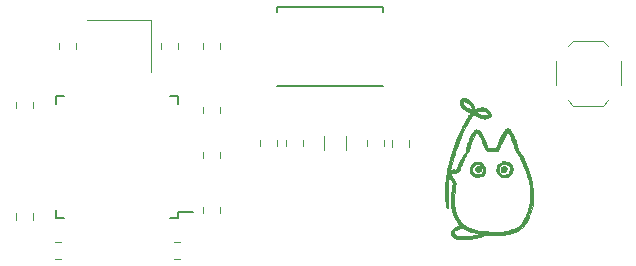
<source format=gbr>
%TF.GenerationSoftware,KiCad,Pcbnew,(5.1.6)-1*%
%TF.CreationDate,2020-08-31T14:33:41-05:00*%
%TF.ProjectId,totoro-pcb-macropad,746f746f-726f-42d7-9063-622d6d616372,rev?*%
%TF.SameCoordinates,Original*%
%TF.FileFunction,Legend,Top*%
%TF.FilePolarity,Positive*%
%FSLAX46Y46*%
G04 Gerber Fmt 4.6, Leading zero omitted, Abs format (unit mm)*
G04 Created by KiCad (PCBNEW (5.1.6)-1) date 2020-08-31 14:33:41*
%MOMM*%
%LPD*%
G01*
G04 APERTURE LIST*
%ADD10C,0.010000*%
%ADD11C,0.120000*%
%ADD12C,0.150000*%
%ADD13C,0.200000*%
%ADD14C,0.015000*%
G04 APERTURE END LIST*
D10*
%TO.C,G\u002A\u002A\u002A*%
G36*
X204994593Y-36425692D02*
G01*
X205137961Y-36482980D01*
X205291294Y-36571531D01*
X205307676Y-36582521D01*
X205455906Y-36699567D01*
X205576822Y-36828714D01*
X205666847Y-36964632D01*
X205722403Y-37101985D01*
X205740000Y-37226962D01*
X205742092Y-37281119D01*
X205752664Y-37302657D01*
X205778155Y-37301241D01*
X205787625Y-37298429D01*
X206032114Y-37231810D01*
X206247681Y-37194110D01*
X206436307Y-37185321D01*
X206599977Y-37205433D01*
X206740673Y-37254437D01*
X206808917Y-37293657D01*
X206915044Y-37377091D01*
X207012610Y-37476376D01*
X207088820Y-37577878D01*
X207109349Y-37613859D01*
X207148199Y-37724178D01*
X207151644Y-37828671D01*
X207120068Y-37919800D01*
X207091826Y-37957401D01*
X207002898Y-38025935D01*
X206884283Y-38078262D01*
X206746376Y-38111801D01*
X206599571Y-38123969D01*
X206462881Y-38113636D01*
X206281407Y-38074593D01*
X206123292Y-38017388D01*
X205974369Y-37935579D01*
X205820469Y-37822726D01*
X205817279Y-37820137D01*
X205672308Y-37702300D01*
X205631655Y-37754042D01*
X205600706Y-37797667D01*
X205553407Y-37869417D01*
X205494941Y-37960966D01*
X205430489Y-38063990D01*
X205365234Y-38170164D01*
X205304357Y-38271162D01*
X205253041Y-38358661D01*
X205230529Y-38398450D01*
X205050903Y-38730273D01*
X204888332Y-39048626D01*
X204739087Y-39362124D01*
X204599436Y-39679386D01*
X204465650Y-40009030D01*
X204333997Y-40359673D01*
X204200747Y-40739932D01*
X204144686Y-40906700D01*
X204084004Y-41092616D01*
X204023338Y-41284843D01*
X203964105Y-41478354D01*
X203907719Y-41668126D01*
X203855596Y-41849134D01*
X203809150Y-42016354D01*
X203769799Y-42164760D01*
X203738956Y-42289329D01*
X203718038Y-42385036D01*
X203708459Y-42446857D01*
X203708000Y-42456943D01*
X203712589Y-42473047D01*
X203732347Y-42478006D01*
X203776262Y-42471874D01*
X203840292Y-42457751D01*
X203979762Y-42437770D01*
X204107596Y-42448407D01*
X204165061Y-42462949D01*
X204188379Y-42465386D01*
X204207822Y-42451804D01*
X204228220Y-42415031D01*
X204254405Y-42347896D01*
X204267701Y-42310593D01*
X204305207Y-42209574D01*
X204347924Y-42102676D01*
X204386731Y-42012709D01*
X204387431Y-42011181D01*
X204417983Y-41943229D01*
X204439972Y-41891664D01*
X204448817Y-41867243D01*
X204448833Y-41866972D01*
X204458257Y-41839260D01*
X204483829Y-41782459D01*
X204521496Y-41704681D01*
X204567207Y-41614040D01*
X204616908Y-41518652D01*
X204666550Y-41426628D01*
X204687810Y-41388439D01*
X204766071Y-41262426D01*
X204840405Y-41167381D01*
X204908459Y-41104786D01*
X204967882Y-41076120D01*
X205016321Y-41082864D01*
X205051424Y-41126498D01*
X205060924Y-41153590D01*
X205070900Y-41201576D01*
X205065950Y-41240329D01*
X205041652Y-41285493D01*
X205011552Y-41328215D01*
X204965430Y-41397908D01*
X204913051Y-41486619D01*
X204866631Y-41573450D01*
X204829584Y-41650442D01*
X204782879Y-41751899D01*
X204730140Y-41869471D01*
X204674993Y-41994808D01*
X204621061Y-42119561D01*
X204571969Y-42235379D01*
X204531342Y-42333914D01*
X204502803Y-42406816D01*
X204493723Y-42432500D01*
X204441785Y-42526771D01*
X204349415Y-42613470D01*
X204268917Y-42665270D01*
X204202432Y-42694998D01*
X204125987Y-42710378D01*
X204036083Y-42714895D01*
X203921130Y-42722793D01*
X203844054Y-42744391D01*
X203802319Y-42780790D01*
X203792667Y-42820337D01*
X203804828Y-42883590D01*
X203838863Y-42972399D01*
X203891101Y-43078561D01*
X203957867Y-43193877D01*
X203965185Y-43205570D01*
X204005150Y-43271030D01*
X204034208Y-43322531D01*
X204046571Y-43349760D01*
X204046667Y-43350681D01*
X204059129Y-43375664D01*
X204090031Y-43417781D01*
X204099583Y-43429393D01*
X204128242Y-43475537D01*
X204145821Y-43536197D01*
X204152414Y-43616755D01*
X204148114Y-43722595D01*
X204133015Y-43859097D01*
X204109762Y-44015792D01*
X204071669Y-44303896D01*
X204047535Y-44599360D01*
X204037263Y-44894269D01*
X204040757Y-45180706D01*
X204057918Y-45450757D01*
X204088649Y-45696506D01*
X204132854Y-45910038D01*
X204133060Y-45910827D01*
X204212079Y-46159797D01*
X204314613Y-46398776D01*
X204436685Y-46621255D01*
X204574315Y-46820730D01*
X204723524Y-46990691D01*
X204871341Y-47118139D01*
X204944998Y-47167822D01*
X205037670Y-47224459D01*
X205138620Y-47282120D01*
X205237110Y-47334874D01*
X205322404Y-47376790D01*
X205383762Y-47401938D01*
X205387010Y-47402956D01*
X205437535Y-47419097D01*
X205514385Y-47444589D01*
X205603902Y-47474881D01*
X205638545Y-47486755D01*
X205734893Y-47517657D01*
X205829647Y-47544277D01*
X205906370Y-47562103D01*
X205924295Y-47565193D01*
X206007516Y-47581513D01*
X206090341Y-47603734D01*
X206110417Y-47610421D01*
X206178832Y-47626091D01*
X206274852Y-47636547D01*
X206383479Y-47640200D01*
X206497818Y-47643788D01*
X206623193Y-47653634D01*
X206734185Y-47667689D01*
X206743313Y-47669212D01*
X207055290Y-47715072D01*
X207346864Y-47740721D01*
X207634353Y-47747010D01*
X207934074Y-47734790D01*
X207962500Y-47732790D01*
X208156315Y-47711864D01*
X208360710Y-47677547D01*
X208568739Y-47631970D01*
X208773455Y-47577266D01*
X208967911Y-47515568D01*
X209145161Y-47449007D01*
X209298258Y-47379715D01*
X209420254Y-47309826D01*
X209475917Y-47268251D01*
X209565089Y-47190718D01*
X209631762Y-47128324D01*
X209686777Y-47070122D01*
X209740975Y-47005167D01*
X209758601Y-46982848D01*
X209877273Y-46815772D01*
X209988297Y-46626108D01*
X210094651Y-46408062D01*
X210199316Y-46155844D01*
X210240996Y-46045127D01*
X210273640Y-45942137D01*
X210309469Y-45804343D01*
X210346926Y-45639006D01*
X210384451Y-45453386D01*
X210420488Y-45254747D01*
X210451107Y-45065950D01*
X210467672Y-44911644D01*
X210476141Y-44727503D01*
X210476739Y-44525200D01*
X210469692Y-44316406D01*
X210455226Y-44112795D01*
X210433566Y-43926039D01*
X210428418Y-43891910D01*
X210342463Y-43438375D01*
X210227968Y-42992145D01*
X210082785Y-42546740D01*
X209904763Y-42095679D01*
X209691755Y-41632480D01*
X209653675Y-41555593D01*
X209575978Y-41403965D01*
X209500774Y-41264230D01*
X209431016Y-41141377D01*
X209369654Y-41040397D01*
X209319642Y-40966277D01*
X209283929Y-40924006D01*
X209276740Y-40918462D01*
X209241202Y-40877563D01*
X209203508Y-40796981D01*
X209163255Y-40675742D01*
X209137864Y-40583680D01*
X209086845Y-40404154D01*
X209026414Y-40218220D01*
X208959353Y-40032536D01*
X208888443Y-39853760D01*
X208816466Y-39688549D01*
X208746205Y-39543559D01*
X208680440Y-39425449D01*
X208621953Y-39340874D01*
X208615231Y-39332922D01*
X208544268Y-39251394D01*
X208478186Y-39343505D01*
X208406100Y-39453709D01*
X208324986Y-39593876D01*
X208239787Y-39754008D01*
X208155448Y-39924107D01*
X208076914Y-40094174D01*
X208009128Y-40254213D01*
X207957036Y-40394224D01*
X207953880Y-40403697D01*
X207906803Y-40536527D01*
X207859908Y-40650798D01*
X207816722Y-40738463D01*
X207787112Y-40784159D01*
X207760503Y-40810121D01*
X207724137Y-40829909D01*
X207672395Y-40844350D01*
X207599657Y-40854270D01*
X207500303Y-40860498D01*
X207368712Y-40863861D01*
X207237797Y-40865039D01*
X207077661Y-40865280D01*
X206953941Y-40862954D01*
X206860723Y-40856029D01*
X206792094Y-40842474D01*
X206742140Y-40820256D01*
X206704947Y-40787343D01*
X206674602Y-40741704D01*
X206645190Y-40681307D01*
X206634692Y-40657815D01*
X206598639Y-40572928D01*
X206566147Y-40490198D01*
X206545213Y-40430450D01*
X206496328Y-40286507D01*
X206434557Y-40126027D01*
X206365561Y-39962264D01*
X206295001Y-39808477D01*
X206228536Y-39677921D01*
X206209087Y-39643268D01*
X206168368Y-39578148D01*
X206117817Y-39504692D01*
X206064301Y-39431989D01*
X206014689Y-39369123D01*
X205975848Y-39325182D01*
X205956958Y-39309686D01*
X205926863Y-39304887D01*
X205896920Y-39318665D01*
X205862273Y-39356073D01*
X205818067Y-39422160D01*
X205769061Y-39505163D01*
X205622721Y-39786847D01*
X205488589Y-40097457D01*
X205371460Y-40424239D01*
X205276131Y-40754439D01*
X205238044Y-40917283D01*
X205208077Y-40988917D01*
X205159606Y-41033694D01*
X205101308Y-41045831D01*
X205063071Y-41033916D01*
X205034128Y-41006735D01*
X205021786Y-40958137D01*
X205020333Y-40918686D01*
X205027515Y-40838339D01*
X205047477Y-40727028D01*
X205077846Y-40593315D01*
X205116250Y-40445764D01*
X205160315Y-40292937D01*
X205207667Y-40143398D01*
X205255933Y-40005710D01*
X205302740Y-39888436D01*
X205311108Y-39869533D01*
X205408549Y-39658694D01*
X205494098Y-39485004D01*
X205569535Y-39345548D01*
X205636644Y-39237410D01*
X205697205Y-39157676D01*
X205753002Y-39103432D01*
X205796115Y-39076086D01*
X205899217Y-39046909D01*
X206003073Y-39058315D01*
X206107866Y-39110521D01*
X206213777Y-39203747D01*
X206320989Y-39338212D01*
X206429682Y-39514135D01*
X206540038Y-39731735D01*
X206652239Y-39991232D01*
X206736745Y-40210855D01*
X206774705Y-40315795D01*
X206810416Y-40417655D01*
X206839356Y-40503366D01*
X206854540Y-40551342D01*
X206875008Y-40612828D01*
X206893344Y-40641609D01*
X206916841Y-40646250D01*
X206932066Y-40642428D01*
X206969680Y-40636284D01*
X207040263Y-40629608D01*
X207134468Y-40623122D01*
X207242948Y-40617546D01*
X207268942Y-40616467D01*
X207391020Y-40609968D01*
X207487048Y-40601437D01*
X207551527Y-40591500D01*
X207578653Y-40581206D01*
X207597748Y-40547358D01*
X207626311Y-40485489D01*
X207659447Y-40407398D01*
X207692261Y-40324886D01*
X207719859Y-40249754D01*
X207733357Y-40208200D01*
X207751981Y-40153092D01*
X207768800Y-40115624D01*
X207770556Y-40112950D01*
X207786103Y-40082073D01*
X207809173Y-40026148D01*
X207824299Y-39985950D01*
X207871471Y-39871003D01*
X207934207Y-39739896D01*
X208007963Y-39600252D01*
X208088197Y-39459690D01*
X208170365Y-39325835D01*
X208249923Y-39206308D01*
X208322328Y-39108731D01*
X208383035Y-39040727D01*
X208393298Y-39031410D01*
X208449037Y-38987067D01*
X208492881Y-38966444D01*
X208542701Y-38963157D01*
X208576111Y-38966092D01*
X208634499Y-38976862D01*
X208680636Y-38999925D01*
X208728967Y-39044140D01*
X208760294Y-39079046D01*
X208812092Y-39148239D01*
X208874570Y-39246465D01*
X208942179Y-39363656D01*
X209009371Y-39489744D01*
X209070599Y-39614663D01*
X209120314Y-39728345D01*
X209125976Y-39742628D01*
X209182369Y-39892699D01*
X209240310Y-40056818D01*
X209296021Y-40223481D01*
X209345725Y-40381184D01*
X209385640Y-40518424D01*
X209404061Y-40589200D01*
X209439246Y-40714736D01*
X209474513Y-40800745D01*
X209503740Y-40843200D01*
X209573376Y-40928139D01*
X209654054Y-41047854D01*
X209743101Y-41197070D01*
X209837844Y-41370513D01*
X209935607Y-41562910D01*
X210033718Y-41768986D01*
X210129501Y-41983468D01*
X210220285Y-42201080D01*
X210303393Y-42416549D01*
X210308592Y-42430700D01*
X210390918Y-42672899D01*
X210471448Y-42942132D01*
X210546166Y-43223155D01*
X210611057Y-43500728D01*
X210662104Y-43759607D01*
X210668330Y-43795950D01*
X210707085Y-44048718D01*
X210733021Y-44272474D01*
X210746796Y-44478337D01*
X210749067Y-44677425D01*
X210740491Y-44880856D01*
X210736081Y-44942096D01*
X210709968Y-45217142D01*
X210675332Y-45465457D01*
X210629408Y-45698337D01*
X210569428Y-45927078D01*
X210492628Y-46162974D01*
X210396241Y-46417320D01*
X210342898Y-46547616D01*
X210303005Y-46638281D01*
X210263004Y-46720979D01*
X210229183Y-46783014D01*
X210217070Y-46801616D01*
X210179575Y-46857471D01*
X210135061Y-46929840D01*
X210111281Y-46970950D01*
X209990193Y-47147272D01*
X209832544Y-47314575D01*
X209643716Y-47469543D01*
X209429096Y-47608863D01*
X209194068Y-47729221D01*
X208944017Y-47827302D01*
X208684327Y-47899792D01*
X208563531Y-47923561D01*
X208468378Y-47940768D01*
X208380764Y-47958354D01*
X208315097Y-47973367D01*
X208298948Y-47977768D01*
X208237230Y-47989126D01*
X208140285Y-47998320D01*
X208015163Y-48005284D01*
X207868919Y-48009956D01*
X207708606Y-48012271D01*
X207541275Y-48012165D01*
X207373980Y-48009573D01*
X207213773Y-48004433D01*
X207067708Y-47996680D01*
X206978635Y-47989754D01*
X206847182Y-47978039D01*
X206751238Y-47970513D01*
X206684178Y-47967263D01*
X206639377Y-47968374D01*
X206610210Y-47973933D01*
X206590052Y-47984024D01*
X206576468Y-47994965D01*
X206498864Y-48046176D01*
X206384716Y-48097101D01*
X206239807Y-48146576D01*
X206069916Y-48193437D01*
X205880826Y-48236520D01*
X205678317Y-48274662D01*
X205468171Y-48306697D01*
X205256168Y-48331463D01*
X205048090Y-48347795D01*
X204849717Y-48354529D01*
X204790850Y-48354484D01*
X204679905Y-48352844D01*
X204580344Y-48350390D01*
X204501820Y-48347429D01*
X204453988Y-48344268D01*
X204448833Y-48343620D01*
X204246068Y-48299954D01*
X204073552Y-48235388D01*
X203933511Y-48151315D01*
X203828173Y-48049130D01*
X203759765Y-47930226D01*
X203751539Y-47907136D01*
X203739014Y-47819792D01*
X204004585Y-47819792D01*
X204017012Y-47853419D01*
X204072621Y-47919711D01*
X204164269Y-47979439D01*
X204285864Y-48030169D01*
X204431315Y-48069464D01*
X204594529Y-48094889D01*
X204629056Y-48098120D01*
X204709577Y-48104580D01*
X204773831Y-48108435D01*
X204831974Y-48109376D01*
X204894166Y-48107093D01*
X204970563Y-48101279D01*
X205071325Y-48091625D01*
X205168500Y-48081729D01*
X205334328Y-48062528D01*
X205508564Y-48038511D01*
X205680757Y-48011408D01*
X205840457Y-47982954D01*
X205977212Y-47954879D01*
X206066782Y-47932837D01*
X206154757Y-47905785D01*
X206214264Y-47881937D01*
X206241936Y-47863314D01*
X206234405Y-47851937D01*
X206205882Y-47849366D01*
X206156590Y-47845774D01*
X206085164Y-47836571D01*
X206037607Y-47828962D01*
X205949915Y-47814142D01*
X205847237Y-47797330D01*
X205778623Y-47786394D01*
X205675799Y-47764993D01*
X205549054Y-47730737D01*
X205410599Y-47687711D01*
X205272645Y-47639998D01*
X205147403Y-47591680D01*
X205047084Y-47546841D01*
X205020333Y-47532843D01*
X204936492Y-47487422D01*
X204848308Y-47441193D01*
X204802351Y-47417878D01*
X204700785Y-47367403D01*
X204510381Y-47418205D01*
X204356142Y-47468495D01*
X204225379Y-47529411D01*
X204121467Y-47597975D01*
X204047781Y-47671212D01*
X204007695Y-47746144D01*
X204004585Y-47819792D01*
X203739014Y-47819792D01*
X203734948Y-47791441D01*
X203757713Y-47675464D01*
X203817004Y-47562438D01*
X203909989Y-47455600D01*
X204033839Y-47358185D01*
X204185724Y-47273428D01*
X204362811Y-47204565D01*
X204367535Y-47203075D01*
X204487320Y-47165514D01*
X204340384Y-46983565D01*
X204177564Y-46748911D01*
X204042080Y-46482176D01*
X203934019Y-46183677D01*
X203853466Y-45853728D01*
X203800507Y-45492646D01*
X203775229Y-45100745D01*
X203772978Y-44896616D01*
X203778937Y-44691811D01*
X203793796Y-44465809D01*
X203816080Y-44233283D01*
X203844314Y-44008904D01*
X203877023Y-43807345D01*
X203888366Y-43749217D01*
X203909234Y-43638894D01*
X203918207Y-43561525D01*
X203914504Y-43509217D01*
X203897340Y-43474075D01*
X203865933Y-43448206D01*
X203858055Y-43443553D01*
X203814967Y-43406871D01*
X203761868Y-43345014D01*
X203707979Y-43270523D01*
X203662519Y-43195936D01*
X203638586Y-43145075D01*
X203616634Y-43111606D01*
X203594417Y-43118077D01*
X203576323Y-43162353D01*
X203573355Y-43176825D01*
X203556269Y-43298007D01*
X203541442Y-43454533D01*
X203528990Y-43639467D01*
X203519029Y-43845875D01*
X203511675Y-44066820D01*
X203507042Y-44295367D01*
X203505247Y-44524582D01*
X203506405Y-44747528D01*
X203510632Y-44957271D01*
X203518043Y-45146874D01*
X203528755Y-45309404D01*
X203536479Y-45388124D01*
X203549150Y-45513705D01*
X203552985Y-45603054D01*
X203546612Y-45661611D01*
X203528655Y-45694813D01*
X203497739Y-45708100D01*
X203455812Y-45707311D01*
X203424025Y-45696380D01*
X203397712Y-45668558D01*
X203375418Y-45619094D01*
X203355688Y-45543238D01*
X203337068Y-45436241D01*
X203318101Y-45293350D01*
X203311262Y-45235283D01*
X203292646Y-45023733D01*
X203280902Y-44779693D01*
X203275826Y-44512412D01*
X203277212Y-44231137D01*
X203284854Y-43945116D01*
X203298548Y-43663598D01*
X203318088Y-43395829D01*
X203343269Y-43151058D01*
X203360364Y-43023366D01*
X203368098Y-42970184D01*
X203379818Y-42888539D01*
X203393599Y-42791885D01*
X203401312Y-42737529D01*
X203444816Y-42480074D01*
X203506476Y-42190120D01*
X203584793Y-41872665D01*
X203678267Y-41532703D01*
X203785399Y-41175229D01*
X203904691Y-40805241D01*
X204034642Y-40427734D01*
X204173755Y-40047702D01*
X204320529Y-39670143D01*
X204325453Y-39657866D01*
X204371971Y-39547863D01*
X204433634Y-39410538D01*
X204505620Y-39255899D01*
X204583105Y-39093952D01*
X204661267Y-38934704D01*
X204735283Y-38788161D01*
X204800331Y-38664330D01*
X204831688Y-38607494D01*
X204896605Y-38491948D01*
X204960643Y-38375810D01*
X205032370Y-38243485D01*
X205062851Y-38186783D01*
X205125090Y-38071307D01*
X205173281Y-37983689D01*
X205213123Y-37914338D01*
X205250311Y-37853664D01*
X205290540Y-37792076D01*
X205339507Y-37719983D01*
X205343895Y-37713588D01*
X205377611Y-37661751D01*
X205389095Y-37627132D01*
X205373891Y-37601609D01*
X205327542Y-37577060D01*
X205253167Y-37548204D01*
X205215851Y-37531466D01*
X205912011Y-37531466D01*
X205917044Y-37552708D01*
X205952686Y-37587808D01*
X206011486Y-37632086D01*
X206085990Y-37680869D01*
X206168749Y-37729477D01*
X206252309Y-37773236D01*
X206329218Y-37807469D01*
X206378436Y-37824182D01*
X206529822Y-37851427D01*
X206677918Y-37846622D01*
X206766583Y-37830131D01*
X206840876Y-37805272D01*
X206875693Y-37771989D01*
X206871730Y-37726749D01*
X206829684Y-37666021D01*
X206804342Y-37638638D01*
X206715132Y-37553026D01*
X206637465Y-37496652D01*
X206558849Y-37463909D01*
X206466789Y-37449188D01*
X206376546Y-37446613D01*
X206287823Y-37450933D01*
X206189077Y-37461995D01*
X206091103Y-37477825D01*
X206004697Y-37496453D01*
X205940653Y-37515906D01*
X205912011Y-37531466D01*
X205215851Y-37531466D01*
X205110407Y-37484171D01*
X204965795Y-37400987D01*
X204833261Y-37307622D01*
X204726736Y-37213047D01*
X204717489Y-37203262D01*
X204650807Y-37125523D01*
X204607233Y-37057026D01*
X204576805Y-36980584D01*
X204565099Y-36940315D01*
X204541586Y-36811715D01*
X204541123Y-36783975D01*
X204795435Y-36783975D01*
X204819287Y-36869958D01*
X204864466Y-36961946D01*
X204925471Y-37049279D01*
X204996797Y-37121298D01*
X205015811Y-37135812D01*
X205056942Y-37161241D01*
X205120035Y-37196037D01*
X205194727Y-37234991D01*
X205270652Y-37272896D01*
X205337448Y-37304544D01*
X205384751Y-37324727D01*
X205400736Y-37329244D01*
X205427800Y-37324119D01*
X205459542Y-37316192D01*
X205495773Y-37287432D01*
X205507694Y-37233094D01*
X205495462Y-37162145D01*
X205459235Y-37083553D01*
X205455359Y-37077289D01*
X205393806Y-36996383D01*
X205315446Y-36917936D01*
X205226254Y-36845248D01*
X205132208Y-36781618D01*
X205039286Y-36730345D01*
X204953463Y-36694729D01*
X204880717Y-36678069D01*
X204827025Y-36683664D01*
X204798413Y-36714659D01*
X204795435Y-36783975D01*
X204541123Y-36783975D01*
X204539522Y-36688139D01*
X204558287Y-36581175D01*
X204587836Y-36515421D01*
X204657811Y-36444531D01*
X204751165Y-36406155D01*
X204864543Y-36399980D01*
X204994593Y-36425692D01*
G37*
X204994593Y-36425692D02*
X205137961Y-36482980D01*
X205291294Y-36571531D01*
X205307676Y-36582521D01*
X205455906Y-36699567D01*
X205576822Y-36828714D01*
X205666847Y-36964632D01*
X205722403Y-37101985D01*
X205740000Y-37226962D01*
X205742092Y-37281119D01*
X205752664Y-37302657D01*
X205778155Y-37301241D01*
X205787625Y-37298429D01*
X206032114Y-37231810D01*
X206247681Y-37194110D01*
X206436307Y-37185321D01*
X206599977Y-37205433D01*
X206740673Y-37254437D01*
X206808917Y-37293657D01*
X206915044Y-37377091D01*
X207012610Y-37476376D01*
X207088820Y-37577878D01*
X207109349Y-37613859D01*
X207148199Y-37724178D01*
X207151644Y-37828671D01*
X207120068Y-37919800D01*
X207091826Y-37957401D01*
X207002898Y-38025935D01*
X206884283Y-38078262D01*
X206746376Y-38111801D01*
X206599571Y-38123969D01*
X206462881Y-38113636D01*
X206281407Y-38074593D01*
X206123292Y-38017388D01*
X205974369Y-37935579D01*
X205820469Y-37822726D01*
X205817279Y-37820137D01*
X205672308Y-37702300D01*
X205631655Y-37754042D01*
X205600706Y-37797667D01*
X205553407Y-37869417D01*
X205494941Y-37960966D01*
X205430489Y-38063990D01*
X205365234Y-38170164D01*
X205304357Y-38271162D01*
X205253041Y-38358661D01*
X205230529Y-38398450D01*
X205050903Y-38730273D01*
X204888332Y-39048626D01*
X204739087Y-39362124D01*
X204599436Y-39679386D01*
X204465650Y-40009030D01*
X204333997Y-40359673D01*
X204200747Y-40739932D01*
X204144686Y-40906700D01*
X204084004Y-41092616D01*
X204023338Y-41284843D01*
X203964105Y-41478354D01*
X203907719Y-41668126D01*
X203855596Y-41849134D01*
X203809150Y-42016354D01*
X203769799Y-42164760D01*
X203738956Y-42289329D01*
X203718038Y-42385036D01*
X203708459Y-42446857D01*
X203708000Y-42456943D01*
X203712589Y-42473047D01*
X203732347Y-42478006D01*
X203776262Y-42471874D01*
X203840292Y-42457751D01*
X203979762Y-42437770D01*
X204107596Y-42448407D01*
X204165061Y-42462949D01*
X204188379Y-42465386D01*
X204207822Y-42451804D01*
X204228220Y-42415031D01*
X204254405Y-42347896D01*
X204267701Y-42310593D01*
X204305207Y-42209574D01*
X204347924Y-42102676D01*
X204386731Y-42012709D01*
X204387431Y-42011181D01*
X204417983Y-41943229D01*
X204439972Y-41891664D01*
X204448817Y-41867243D01*
X204448833Y-41866972D01*
X204458257Y-41839260D01*
X204483829Y-41782459D01*
X204521496Y-41704681D01*
X204567207Y-41614040D01*
X204616908Y-41518652D01*
X204666550Y-41426628D01*
X204687810Y-41388439D01*
X204766071Y-41262426D01*
X204840405Y-41167381D01*
X204908459Y-41104786D01*
X204967882Y-41076120D01*
X205016321Y-41082864D01*
X205051424Y-41126498D01*
X205060924Y-41153590D01*
X205070900Y-41201576D01*
X205065950Y-41240329D01*
X205041652Y-41285493D01*
X205011552Y-41328215D01*
X204965430Y-41397908D01*
X204913051Y-41486619D01*
X204866631Y-41573450D01*
X204829584Y-41650442D01*
X204782879Y-41751899D01*
X204730140Y-41869471D01*
X204674993Y-41994808D01*
X204621061Y-42119561D01*
X204571969Y-42235379D01*
X204531342Y-42333914D01*
X204502803Y-42406816D01*
X204493723Y-42432500D01*
X204441785Y-42526771D01*
X204349415Y-42613470D01*
X204268917Y-42665270D01*
X204202432Y-42694998D01*
X204125987Y-42710378D01*
X204036083Y-42714895D01*
X203921130Y-42722793D01*
X203844054Y-42744391D01*
X203802319Y-42780790D01*
X203792667Y-42820337D01*
X203804828Y-42883590D01*
X203838863Y-42972399D01*
X203891101Y-43078561D01*
X203957867Y-43193877D01*
X203965185Y-43205570D01*
X204005150Y-43271030D01*
X204034208Y-43322531D01*
X204046571Y-43349760D01*
X204046667Y-43350681D01*
X204059129Y-43375664D01*
X204090031Y-43417781D01*
X204099583Y-43429393D01*
X204128242Y-43475537D01*
X204145821Y-43536197D01*
X204152414Y-43616755D01*
X204148114Y-43722595D01*
X204133015Y-43859097D01*
X204109762Y-44015792D01*
X204071669Y-44303896D01*
X204047535Y-44599360D01*
X204037263Y-44894269D01*
X204040757Y-45180706D01*
X204057918Y-45450757D01*
X204088649Y-45696506D01*
X204132854Y-45910038D01*
X204133060Y-45910827D01*
X204212079Y-46159797D01*
X204314613Y-46398776D01*
X204436685Y-46621255D01*
X204574315Y-46820730D01*
X204723524Y-46990691D01*
X204871341Y-47118139D01*
X204944998Y-47167822D01*
X205037670Y-47224459D01*
X205138620Y-47282120D01*
X205237110Y-47334874D01*
X205322404Y-47376790D01*
X205383762Y-47401938D01*
X205387010Y-47402956D01*
X205437535Y-47419097D01*
X205514385Y-47444589D01*
X205603902Y-47474881D01*
X205638545Y-47486755D01*
X205734893Y-47517657D01*
X205829647Y-47544277D01*
X205906370Y-47562103D01*
X205924295Y-47565193D01*
X206007516Y-47581513D01*
X206090341Y-47603734D01*
X206110417Y-47610421D01*
X206178832Y-47626091D01*
X206274852Y-47636547D01*
X206383479Y-47640200D01*
X206497818Y-47643788D01*
X206623193Y-47653634D01*
X206734185Y-47667689D01*
X206743313Y-47669212D01*
X207055290Y-47715072D01*
X207346864Y-47740721D01*
X207634353Y-47747010D01*
X207934074Y-47734790D01*
X207962500Y-47732790D01*
X208156315Y-47711864D01*
X208360710Y-47677547D01*
X208568739Y-47631970D01*
X208773455Y-47577266D01*
X208967911Y-47515568D01*
X209145161Y-47449007D01*
X209298258Y-47379715D01*
X209420254Y-47309826D01*
X209475917Y-47268251D01*
X209565089Y-47190718D01*
X209631762Y-47128324D01*
X209686777Y-47070122D01*
X209740975Y-47005167D01*
X209758601Y-46982848D01*
X209877273Y-46815772D01*
X209988297Y-46626108D01*
X210094651Y-46408062D01*
X210199316Y-46155844D01*
X210240996Y-46045127D01*
X210273640Y-45942137D01*
X210309469Y-45804343D01*
X210346926Y-45639006D01*
X210384451Y-45453386D01*
X210420488Y-45254747D01*
X210451107Y-45065950D01*
X210467672Y-44911644D01*
X210476141Y-44727503D01*
X210476739Y-44525200D01*
X210469692Y-44316406D01*
X210455226Y-44112795D01*
X210433566Y-43926039D01*
X210428418Y-43891910D01*
X210342463Y-43438375D01*
X210227968Y-42992145D01*
X210082785Y-42546740D01*
X209904763Y-42095679D01*
X209691755Y-41632480D01*
X209653675Y-41555593D01*
X209575978Y-41403965D01*
X209500774Y-41264230D01*
X209431016Y-41141377D01*
X209369654Y-41040397D01*
X209319642Y-40966277D01*
X209283929Y-40924006D01*
X209276740Y-40918462D01*
X209241202Y-40877563D01*
X209203508Y-40796981D01*
X209163255Y-40675742D01*
X209137864Y-40583680D01*
X209086845Y-40404154D01*
X209026414Y-40218220D01*
X208959353Y-40032536D01*
X208888443Y-39853760D01*
X208816466Y-39688549D01*
X208746205Y-39543559D01*
X208680440Y-39425449D01*
X208621953Y-39340874D01*
X208615231Y-39332922D01*
X208544268Y-39251394D01*
X208478186Y-39343505D01*
X208406100Y-39453709D01*
X208324986Y-39593876D01*
X208239787Y-39754008D01*
X208155448Y-39924107D01*
X208076914Y-40094174D01*
X208009128Y-40254213D01*
X207957036Y-40394224D01*
X207953880Y-40403697D01*
X207906803Y-40536527D01*
X207859908Y-40650798D01*
X207816722Y-40738463D01*
X207787112Y-40784159D01*
X207760503Y-40810121D01*
X207724137Y-40829909D01*
X207672395Y-40844350D01*
X207599657Y-40854270D01*
X207500303Y-40860498D01*
X207368712Y-40863861D01*
X207237797Y-40865039D01*
X207077661Y-40865280D01*
X206953941Y-40862954D01*
X206860723Y-40856029D01*
X206792094Y-40842474D01*
X206742140Y-40820256D01*
X206704947Y-40787343D01*
X206674602Y-40741704D01*
X206645190Y-40681307D01*
X206634692Y-40657815D01*
X206598639Y-40572928D01*
X206566147Y-40490198D01*
X206545213Y-40430450D01*
X206496328Y-40286507D01*
X206434557Y-40126027D01*
X206365561Y-39962264D01*
X206295001Y-39808477D01*
X206228536Y-39677921D01*
X206209087Y-39643268D01*
X206168368Y-39578148D01*
X206117817Y-39504692D01*
X206064301Y-39431989D01*
X206014689Y-39369123D01*
X205975848Y-39325182D01*
X205956958Y-39309686D01*
X205926863Y-39304887D01*
X205896920Y-39318665D01*
X205862273Y-39356073D01*
X205818067Y-39422160D01*
X205769061Y-39505163D01*
X205622721Y-39786847D01*
X205488589Y-40097457D01*
X205371460Y-40424239D01*
X205276131Y-40754439D01*
X205238044Y-40917283D01*
X205208077Y-40988917D01*
X205159606Y-41033694D01*
X205101308Y-41045831D01*
X205063071Y-41033916D01*
X205034128Y-41006735D01*
X205021786Y-40958137D01*
X205020333Y-40918686D01*
X205027515Y-40838339D01*
X205047477Y-40727028D01*
X205077846Y-40593315D01*
X205116250Y-40445764D01*
X205160315Y-40292937D01*
X205207667Y-40143398D01*
X205255933Y-40005710D01*
X205302740Y-39888436D01*
X205311108Y-39869533D01*
X205408549Y-39658694D01*
X205494098Y-39485004D01*
X205569535Y-39345548D01*
X205636644Y-39237410D01*
X205697205Y-39157676D01*
X205753002Y-39103432D01*
X205796115Y-39076086D01*
X205899217Y-39046909D01*
X206003073Y-39058315D01*
X206107866Y-39110521D01*
X206213777Y-39203747D01*
X206320989Y-39338212D01*
X206429682Y-39514135D01*
X206540038Y-39731735D01*
X206652239Y-39991232D01*
X206736745Y-40210855D01*
X206774705Y-40315795D01*
X206810416Y-40417655D01*
X206839356Y-40503366D01*
X206854540Y-40551342D01*
X206875008Y-40612828D01*
X206893344Y-40641609D01*
X206916841Y-40646250D01*
X206932066Y-40642428D01*
X206969680Y-40636284D01*
X207040263Y-40629608D01*
X207134468Y-40623122D01*
X207242948Y-40617546D01*
X207268942Y-40616467D01*
X207391020Y-40609968D01*
X207487048Y-40601437D01*
X207551527Y-40591500D01*
X207578653Y-40581206D01*
X207597748Y-40547358D01*
X207626311Y-40485489D01*
X207659447Y-40407398D01*
X207692261Y-40324886D01*
X207719859Y-40249754D01*
X207733357Y-40208200D01*
X207751981Y-40153092D01*
X207768800Y-40115624D01*
X207770556Y-40112950D01*
X207786103Y-40082073D01*
X207809173Y-40026148D01*
X207824299Y-39985950D01*
X207871471Y-39871003D01*
X207934207Y-39739896D01*
X208007963Y-39600252D01*
X208088197Y-39459690D01*
X208170365Y-39325835D01*
X208249923Y-39206308D01*
X208322328Y-39108731D01*
X208383035Y-39040727D01*
X208393298Y-39031410D01*
X208449037Y-38987067D01*
X208492881Y-38966444D01*
X208542701Y-38963157D01*
X208576111Y-38966092D01*
X208634499Y-38976862D01*
X208680636Y-38999925D01*
X208728967Y-39044140D01*
X208760294Y-39079046D01*
X208812092Y-39148239D01*
X208874570Y-39246465D01*
X208942179Y-39363656D01*
X209009371Y-39489744D01*
X209070599Y-39614663D01*
X209120314Y-39728345D01*
X209125976Y-39742628D01*
X209182369Y-39892699D01*
X209240310Y-40056818D01*
X209296021Y-40223481D01*
X209345725Y-40381184D01*
X209385640Y-40518424D01*
X209404061Y-40589200D01*
X209439246Y-40714736D01*
X209474513Y-40800745D01*
X209503740Y-40843200D01*
X209573376Y-40928139D01*
X209654054Y-41047854D01*
X209743101Y-41197070D01*
X209837844Y-41370513D01*
X209935607Y-41562910D01*
X210033718Y-41768986D01*
X210129501Y-41983468D01*
X210220285Y-42201080D01*
X210303393Y-42416549D01*
X210308592Y-42430700D01*
X210390918Y-42672899D01*
X210471448Y-42942132D01*
X210546166Y-43223155D01*
X210611057Y-43500728D01*
X210662104Y-43759607D01*
X210668330Y-43795950D01*
X210707085Y-44048718D01*
X210733021Y-44272474D01*
X210746796Y-44478337D01*
X210749067Y-44677425D01*
X210740491Y-44880856D01*
X210736081Y-44942096D01*
X210709968Y-45217142D01*
X210675332Y-45465457D01*
X210629408Y-45698337D01*
X210569428Y-45927078D01*
X210492628Y-46162974D01*
X210396241Y-46417320D01*
X210342898Y-46547616D01*
X210303005Y-46638281D01*
X210263004Y-46720979D01*
X210229183Y-46783014D01*
X210217070Y-46801616D01*
X210179575Y-46857471D01*
X210135061Y-46929840D01*
X210111281Y-46970950D01*
X209990193Y-47147272D01*
X209832544Y-47314575D01*
X209643716Y-47469543D01*
X209429096Y-47608863D01*
X209194068Y-47729221D01*
X208944017Y-47827302D01*
X208684327Y-47899792D01*
X208563531Y-47923561D01*
X208468378Y-47940768D01*
X208380764Y-47958354D01*
X208315097Y-47973367D01*
X208298948Y-47977768D01*
X208237230Y-47989126D01*
X208140285Y-47998320D01*
X208015163Y-48005284D01*
X207868919Y-48009956D01*
X207708606Y-48012271D01*
X207541275Y-48012165D01*
X207373980Y-48009573D01*
X207213773Y-48004433D01*
X207067708Y-47996680D01*
X206978635Y-47989754D01*
X206847182Y-47978039D01*
X206751238Y-47970513D01*
X206684178Y-47967263D01*
X206639377Y-47968374D01*
X206610210Y-47973933D01*
X206590052Y-47984024D01*
X206576468Y-47994965D01*
X206498864Y-48046176D01*
X206384716Y-48097101D01*
X206239807Y-48146576D01*
X206069916Y-48193437D01*
X205880826Y-48236520D01*
X205678317Y-48274662D01*
X205468171Y-48306697D01*
X205256168Y-48331463D01*
X205048090Y-48347795D01*
X204849717Y-48354529D01*
X204790850Y-48354484D01*
X204679905Y-48352844D01*
X204580344Y-48350390D01*
X204501820Y-48347429D01*
X204453988Y-48344268D01*
X204448833Y-48343620D01*
X204246068Y-48299954D01*
X204073552Y-48235388D01*
X203933511Y-48151315D01*
X203828173Y-48049130D01*
X203759765Y-47930226D01*
X203751539Y-47907136D01*
X203739014Y-47819792D01*
X204004585Y-47819792D01*
X204017012Y-47853419D01*
X204072621Y-47919711D01*
X204164269Y-47979439D01*
X204285864Y-48030169D01*
X204431315Y-48069464D01*
X204594529Y-48094889D01*
X204629056Y-48098120D01*
X204709577Y-48104580D01*
X204773831Y-48108435D01*
X204831974Y-48109376D01*
X204894166Y-48107093D01*
X204970563Y-48101279D01*
X205071325Y-48091625D01*
X205168500Y-48081729D01*
X205334328Y-48062528D01*
X205508564Y-48038511D01*
X205680757Y-48011408D01*
X205840457Y-47982954D01*
X205977212Y-47954879D01*
X206066782Y-47932837D01*
X206154757Y-47905785D01*
X206214264Y-47881937D01*
X206241936Y-47863314D01*
X206234405Y-47851937D01*
X206205882Y-47849366D01*
X206156590Y-47845774D01*
X206085164Y-47836571D01*
X206037607Y-47828962D01*
X205949915Y-47814142D01*
X205847237Y-47797330D01*
X205778623Y-47786394D01*
X205675799Y-47764993D01*
X205549054Y-47730737D01*
X205410599Y-47687711D01*
X205272645Y-47639998D01*
X205147403Y-47591680D01*
X205047084Y-47546841D01*
X205020333Y-47532843D01*
X204936492Y-47487422D01*
X204848308Y-47441193D01*
X204802351Y-47417878D01*
X204700785Y-47367403D01*
X204510381Y-47418205D01*
X204356142Y-47468495D01*
X204225379Y-47529411D01*
X204121467Y-47597975D01*
X204047781Y-47671212D01*
X204007695Y-47746144D01*
X204004585Y-47819792D01*
X203739014Y-47819792D01*
X203734948Y-47791441D01*
X203757713Y-47675464D01*
X203817004Y-47562438D01*
X203909989Y-47455600D01*
X204033839Y-47358185D01*
X204185724Y-47273428D01*
X204362811Y-47204565D01*
X204367535Y-47203075D01*
X204487320Y-47165514D01*
X204340384Y-46983565D01*
X204177564Y-46748911D01*
X204042080Y-46482176D01*
X203934019Y-46183677D01*
X203853466Y-45853728D01*
X203800507Y-45492646D01*
X203775229Y-45100745D01*
X203772978Y-44896616D01*
X203778937Y-44691811D01*
X203793796Y-44465809D01*
X203816080Y-44233283D01*
X203844314Y-44008904D01*
X203877023Y-43807345D01*
X203888366Y-43749217D01*
X203909234Y-43638894D01*
X203918207Y-43561525D01*
X203914504Y-43509217D01*
X203897340Y-43474075D01*
X203865933Y-43448206D01*
X203858055Y-43443553D01*
X203814967Y-43406871D01*
X203761868Y-43345014D01*
X203707979Y-43270523D01*
X203662519Y-43195936D01*
X203638586Y-43145075D01*
X203616634Y-43111606D01*
X203594417Y-43118077D01*
X203576323Y-43162353D01*
X203573355Y-43176825D01*
X203556269Y-43298007D01*
X203541442Y-43454533D01*
X203528990Y-43639467D01*
X203519029Y-43845875D01*
X203511675Y-44066820D01*
X203507042Y-44295367D01*
X203505247Y-44524582D01*
X203506405Y-44747528D01*
X203510632Y-44957271D01*
X203518043Y-45146874D01*
X203528755Y-45309404D01*
X203536479Y-45388124D01*
X203549150Y-45513705D01*
X203552985Y-45603054D01*
X203546612Y-45661611D01*
X203528655Y-45694813D01*
X203497739Y-45708100D01*
X203455812Y-45707311D01*
X203424025Y-45696380D01*
X203397712Y-45668558D01*
X203375418Y-45619094D01*
X203355688Y-45543238D01*
X203337068Y-45436241D01*
X203318101Y-45293350D01*
X203311262Y-45235283D01*
X203292646Y-45023733D01*
X203280902Y-44779693D01*
X203275826Y-44512412D01*
X203277212Y-44231137D01*
X203284854Y-43945116D01*
X203298548Y-43663598D01*
X203318088Y-43395829D01*
X203343269Y-43151058D01*
X203360364Y-43023366D01*
X203368098Y-42970184D01*
X203379818Y-42888539D01*
X203393599Y-42791885D01*
X203401312Y-42737529D01*
X203444816Y-42480074D01*
X203506476Y-42190120D01*
X203584793Y-41872665D01*
X203678267Y-41532703D01*
X203785399Y-41175229D01*
X203904691Y-40805241D01*
X204034642Y-40427734D01*
X204173755Y-40047702D01*
X204320529Y-39670143D01*
X204325453Y-39657866D01*
X204371971Y-39547863D01*
X204433634Y-39410538D01*
X204505620Y-39255899D01*
X204583105Y-39093952D01*
X204661267Y-38934704D01*
X204735283Y-38788161D01*
X204800331Y-38664330D01*
X204831688Y-38607494D01*
X204896605Y-38491948D01*
X204960643Y-38375810D01*
X205032370Y-38243485D01*
X205062851Y-38186783D01*
X205125090Y-38071307D01*
X205173281Y-37983689D01*
X205213123Y-37914338D01*
X205250311Y-37853664D01*
X205290540Y-37792076D01*
X205339507Y-37719983D01*
X205343895Y-37713588D01*
X205377611Y-37661751D01*
X205389095Y-37627132D01*
X205373891Y-37601609D01*
X205327542Y-37577060D01*
X205253167Y-37548204D01*
X205215851Y-37531466D01*
X205912011Y-37531466D01*
X205917044Y-37552708D01*
X205952686Y-37587808D01*
X206011486Y-37632086D01*
X206085990Y-37680869D01*
X206168749Y-37729477D01*
X206252309Y-37773236D01*
X206329218Y-37807469D01*
X206378436Y-37824182D01*
X206529822Y-37851427D01*
X206677918Y-37846622D01*
X206766583Y-37830131D01*
X206840876Y-37805272D01*
X206875693Y-37771989D01*
X206871730Y-37726749D01*
X206829684Y-37666021D01*
X206804342Y-37638638D01*
X206715132Y-37553026D01*
X206637465Y-37496652D01*
X206558849Y-37463909D01*
X206466789Y-37449188D01*
X206376546Y-37446613D01*
X206287823Y-37450933D01*
X206189077Y-37461995D01*
X206091103Y-37477825D01*
X206004697Y-37496453D01*
X205940653Y-37515906D01*
X205912011Y-37531466D01*
X205215851Y-37531466D01*
X205110407Y-37484171D01*
X204965795Y-37400987D01*
X204833261Y-37307622D01*
X204726736Y-37213047D01*
X204717489Y-37203262D01*
X204650807Y-37125523D01*
X204607233Y-37057026D01*
X204576805Y-36980584D01*
X204565099Y-36940315D01*
X204541586Y-36811715D01*
X204541123Y-36783975D01*
X204795435Y-36783975D01*
X204819287Y-36869958D01*
X204864466Y-36961946D01*
X204925471Y-37049279D01*
X204996797Y-37121298D01*
X205015811Y-37135812D01*
X205056942Y-37161241D01*
X205120035Y-37196037D01*
X205194727Y-37234991D01*
X205270652Y-37272896D01*
X205337448Y-37304544D01*
X205384751Y-37324727D01*
X205400736Y-37329244D01*
X205427800Y-37324119D01*
X205459542Y-37316192D01*
X205495773Y-37287432D01*
X205507694Y-37233094D01*
X205495462Y-37162145D01*
X205459235Y-37083553D01*
X205455359Y-37077289D01*
X205393806Y-36996383D01*
X205315446Y-36917936D01*
X205226254Y-36845248D01*
X205132208Y-36781618D01*
X205039286Y-36730345D01*
X204953463Y-36694729D01*
X204880717Y-36678069D01*
X204827025Y-36683664D01*
X204798413Y-36714659D01*
X204795435Y-36783975D01*
X204541123Y-36783975D01*
X204539522Y-36688139D01*
X204558287Y-36581175D01*
X204587836Y-36515421D01*
X204657811Y-36444531D01*
X204751165Y-36406155D01*
X204864543Y-36399980D01*
X204994593Y-36425692D01*
G36*
X208322765Y-41743074D02*
G01*
X208418946Y-41765242D01*
X208454176Y-41774076D01*
X208568398Y-41806702D01*
X208654262Y-41842662D01*
X208725518Y-41889620D01*
X208795920Y-41955241D01*
X208814415Y-41974831D01*
X208899096Y-42093941D01*
X208954237Y-42231376D01*
X208979636Y-42378441D01*
X208975093Y-42526443D01*
X208940404Y-42666689D01*
X208875369Y-42790484D01*
X208834490Y-42840271D01*
X208705559Y-42950285D01*
X208558280Y-43031308D01*
X208401137Y-43080565D01*
X208242617Y-43095281D01*
X208109090Y-43077549D01*
X207955753Y-43018589D01*
X207826852Y-42928850D01*
X207725633Y-42813758D01*
X207655341Y-42678739D01*
X207619222Y-42529220D01*
X207620049Y-42428231D01*
X207816399Y-42428231D01*
X207819991Y-42479407D01*
X207852370Y-42615289D01*
X207915704Y-42726272D01*
X208004947Y-42809727D01*
X208115051Y-42863025D01*
X208240968Y-42883537D01*
X208377652Y-42868633D01*
X208491667Y-42829306D01*
X208579170Y-42784046D01*
X208639984Y-42734725D01*
X208688628Y-42667589D01*
X208716204Y-42616611D01*
X208758686Y-42491568D01*
X208761563Y-42368890D01*
X208727479Y-42253572D01*
X208659083Y-42150606D01*
X208559019Y-42064987D01*
X208429934Y-42001707D01*
X208382489Y-41986870D01*
X208245749Y-41964262D01*
X208128483Y-41977991D01*
X208027976Y-42029361D01*
X207941514Y-42119674D01*
X207876156Y-42229814D01*
X207839518Y-42309742D01*
X207820865Y-42370253D01*
X207816399Y-42428231D01*
X207620049Y-42428231D01*
X207620522Y-42370627D01*
X207636707Y-42287737D01*
X207694001Y-42135792D01*
X207778424Y-42009288D01*
X207853922Y-41937616D01*
X207963594Y-41854097D01*
X208048809Y-41794243D01*
X208118450Y-41755634D01*
X208181400Y-41735850D01*
X208246544Y-41732470D01*
X208322765Y-41743074D01*
G37*
X208322765Y-41743074D02*
X208418946Y-41765242D01*
X208454176Y-41774076D01*
X208568398Y-41806702D01*
X208654262Y-41842662D01*
X208725518Y-41889620D01*
X208795920Y-41955241D01*
X208814415Y-41974831D01*
X208899096Y-42093941D01*
X208954237Y-42231376D01*
X208979636Y-42378441D01*
X208975093Y-42526443D01*
X208940404Y-42666689D01*
X208875369Y-42790484D01*
X208834490Y-42840271D01*
X208705559Y-42950285D01*
X208558280Y-43031308D01*
X208401137Y-43080565D01*
X208242617Y-43095281D01*
X208109090Y-43077549D01*
X207955753Y-43018589D01*
X207826852Y-42928850D01*
X207725633Y-42813758D01*
X207655341Y-42678739D01*
X207619222Y-42529220D01*
X207620049Y-42428231D01*
X207816399Y-42428231D01*
X207819991Y-42479407D01*
X207852370Y-42615289D01*
X207915704Y-42726272D01*
X208004947Y-42809727D01*
X208115051Y-42863025D01*
X208240968Y-42883537D01*
X208377652Y-42868633D01*
X208491667Y-42829306D01*
X208579170Y-42784046D01*
X208639984Y-42734725D01*
X208688628Y-42667589D01*
X208716204Y-42616611D01*
X208758686Y-42491568D01*
X208761563Y-42368890D01*
X208727479Y-42253572D01*
X208659083Y-42150606D01*
X208559019Y-42064987D01*
X208429934Y-42001707D01*
X208382489Y-41986870D01*
X208245749Y-41964262D01*
X208128483Y-41977991D01*
X208027976Y-42029361D01*
X207941514Y-42119674D01*
X207876156Y-42229814D01*
X207839518Y-42309742D01*
X207820865Y-42370253D01*
X207816399Y-42428231D01*
X207620049Y-42428231D01*
X207620522Y-42370627D01*
X207636707Y-42287737D01*
X207694001Y-42135792D01*
X207778424Y-42009288D01*
X207853922Y-41937616D01*
X207963594Y-41854097D01*
X208048809Y-41794243D01*
X208118450Y-41755634D01*
X208181400Y-41735850D01*
X208246544Y-41732470D01*
X208322765Y-41743074D01*
G36*
X206253393Y-41819144D02*
G01*
X206305970Y-41840858D01*
X206416034Y-41914874D01*
X206514453Y-42021401D01*
X206594902Y-42150950D01*
X206651058Y-42294035D01*
X206671440Y-42389120D01*
X206676835Y-42519181D01*
X206658939Y-42646728D01*
X206620831Y-42761266D01*
X206565589Y-42852302D01*
X206523696Y-42892628D01*
X206439738Y-42951922D01*
X206369628Y-42991777D01*
X206300455Y-43016277D01*
X206219306Y-43029506D01*
X206113270Y-43035546D01*
X206068083Y-43036713D01*
X205969107Y-43037757D01*
X205882729Y-43036640D01*
X205819646Y-43033619D01*
X205793547Y-43030120D01*
X205723053Y-43001399D01*
X205639921Y-42954763D01*
X205559067Y-42899873D01*
X205495405Y-42846391D01*
X205475257Y-42823955D01*
X205396124Y-42687157D01*
X205355597Y-42539085D01*
X205354775Y-42463770D01*
X205564831Y-42463770D01*
X205574217Y-42563013D01*
X205616698Y-42661333D01*
X205691940Y-42740881D01*
X205793740Y-42799440D01*
X205915896Y-42834791D01*
X206052205Y-42844717D01*
X206196466Y-42826999D01*
X206262817Y-42809262D01*
X206319566Y-42779597D01*
X206378938Y-42731419D01*
X206395108Y-42714421D01*
X206432751Y-42665790D01*
X206452169Y-42618950D01*
X206459096Y-42556198D01*
X206459667Y-42515058D01*
X206443161Y-42372381D01*
X206396852Y-42238715D01*
X206325546Y-42124116D01*
X206234051Y-42038639D01*
X206230815Y-42036477D01*
X206169235Y-42013347D01*
X206082592Y-42001824D01*
X205986549Y-42001962D01*
X205896769Y-42013813D01*
X205833130Y-42035126D01*
X205725048Y-42113113D01*
X205641313Y-42216649D01*
X205586411Y-42336584D01*
X205564831Y-42463770D01*
X205354775Y-42463770D01*
X205353929Y-42386392D01*
X205391376Y-42235728D01*
X205448481Y-42122982D01*
X205548458Y-42000308D01*
X205672127Y-41903151D01*
X205811972Y-41833983D01*
X205960475Y-41795277D01*
X206110121Y-41789506D01*
X206253393Y-41819144D01*
G37*
X206253393Y-41819144D02*
X206305970Y-41840858D01*
X206416034Y-41914874D01*
X206514453Y-42021401D01*
X206594902Y-42150950D01*
X206651058Y-42294035D01*
X206671440Y-42389120D01*
X206676835Y-42519181D01*
X206658939Y-42646728D01*
X206620831Y-42761266D01*
X206565589Y-42852302D01*
X206523696Y-42892628D01*
X206439738Y-42951922D01*
X206369628Y-42991777D01*
X206300455Y-43016277D01*
X206219306Y-43029506D01*
X206113270Y-43035546D01*
X206068083Y-43036713D01*
X205969107Y-43037757D01*
X205882729Y-43036640D01*
X205819646Y-43033619D01*
X205793547Y-43030120D01*
X205723053Y-43001399D01*
X205639921Y-42954763D01*
X205559067Y-42899873D01*
X205495405Y-42846391D01*
X205475257Y-42823955D01*
X205396124Y-42687157D01*
X205355597Y-42539085D01*
X205354775Y-42463770D01*
X205564831Y-42463770D01*
X205574217Y-42563013D01*
X205616698Y-42661333D01*
X205691940Y-42740881D01*
X205793740Y-42799440D01*
X205915896Y-42834791D01*
X206052205Y-42844717D01*
X206196466Y-42826999D01*
X206262817Y-42809262D01*
X206319566Y-42779597D01*
X206378938Y-42731419D01*
X206395108Y-42714421D01*
X206432751Y-42665790D01*
X206452169Y-42618950D01*
X206459096Y-42556198D01*
X206459667Y-42515058D01*
X206443161Y-42372381D01*
X206396852Y-42238715D01*
X206325546Y-42124116D01*
X206234051Y-42038639D01*
X206230815Y-42036477D01*
X206169235Y-42013347D01*
X206082592Y-42001824D01*
X205986549Y-42001962D01*
X205896769Y-42013813D01*
X205833130Y-42035126D01*
X205725048Y-42113113D01*
X205641313Y-42216649D01*
X205586411Y-42336584D01*
X205564831Y-42463770D01*
X205354775Y-42463770D01*
X205353929Y-42386392D01*
X205391376Y-42235728D01*
X205448481Y-42122982D01*
X205548458Y-42000308D01*
X205672127Y-41903151D01*
X205811972Y-41833983D01*
X205960475Y-41795277D01*
X206110121Y-41789506D01*
X206253393Y-41819144D01*
G36*
X208325881Y-42168064D02*
G01*
X208368959Y-42199602D01*
X208398079Y-42227058D01*
X208452322Y-42289692D01*
X208477587Y-42349234D01*
X208482087Y-42383089D01*
X208468925Y-42480099D01*
X208421912Y-42564396D01*
X208349111Y-42629214D01*
X208258584Y-42667789D01*
X208158393Y-42673358D01*
X208139755Y-42670294D01*
X208094273Y-42648903D01*
X208046219Y-42609585D01*
X208044505Y-42607783D01*
X208014362Y-42567133D01*
X207999088Y-42517967D01*
X207994327Y-42444826D01*
X207994250Y-42429401D01*
X207996830Y-42354808D01*
X208008427Y-42305727D01*
X208034826Y-42265460D01*
X208060467Y-42238297D01*
X208130543Y-42185880D01*
X208215087Y-42162181D01*
X208222909Y-42161234D01*
X208283269Y-42157557D01*
X208325881Y-42168064D01*
G37*
X208325881Y-42168064D02*
X208368959Y-42199602D01*
X208398079Y-42227058D01*
X208452322Y-42289692D01*
X208477587Y-42349234D01*
X208482087Y-42383089D01*
X208468925Y-42480099D01*
X208421912Y-42564396D01*
X208349111Y-42629214D01*
X208258584Y-42667789D01*
X208158393Y-42673358D01*
X208139755Y-42670294D01*
X208094273Y-42648903D01*
X208046219Y-42609585D01*
X208044505Y-42607783D01*
X208014362Y-42567133D01*
X207999088Y-42517967D01*
X207994327Y-42444826D01*
X207994250Y-42429401D01*
X207996830Y-42354808D01*
X208008427Y-42305727D01*
X208034826Y-42265460D01*
X208060467Y-42238297D01*
X208130543Y-42185880D01*
X208215087Y-42162181D01*
X208222909Y-42161234D01*
X208283269Y-42157557D01*
X208325881Y-42168064D01*
G36*
X206151468Y-42136553D02*
G01*
X206231876Y-42182411D01*
X206281952Y-42239730D01*
X206326917Y-42338306D01*
X206336990Y-42437664D01*
X206314285Y-42529369D01*
X206260914Y-42604986D01*
X206178990Y-42656080D01*
X206177517Y-42656631D01*
X206106933Y-42677977D01*
X206052093Y-42678137D01*
X205991664Y-42656348D01*
X205977451Y-42649498D01*
X205896379Y-42590473D01*
X205839481Y-42510824D01*
X205811052Y-42421053D01*
X205815389Y-42331662D01*
X205830845Y-42291051D01*
X205894893Y-42203552D01*
X205974998Y-42148030D01*
X206063183Y-42125395D01*
X206151468Y-42136553D01*
G37*
X206151468Y-42136553D02*
X206231876Y-42182411D01*
X206281952Y-42239730D01*
X206326917Y-42338306D01*
X206336990Y-42437664D01*
X206314285Y-42529369D01*
X206260914Y-42604986D01*
X206178990Y-42656080D01*
X206177517Y-42656631D01*
X206106933Y-42677977D01*
X206052093Y-42678137D01*
X205991664Y-42656348D01*
X205977451Y-42649498D01*
X205896379Y-42590473D01*
X205839481Y-42510824D01*
X205811052Y-42421053D01*
X205815389Y-42331662D01*
X205830845Y-42291051D01*
X205894893Y-42203552D01*
X205974998Y-42148030D01*
X206063183Y-42125395D01*
X206151468Y-42136553D01*
D11*
%TO.C, *%
X193019000Y-40784864D02*
X193019000Y-39580736D01*
X194839000Y-40784864D02*
X194839000Y-39580736D01*
X178341000Y-29804000D02*
X172941000Y-29804000D01*
X178341000Y-34204000D02*
X178341000Y-29804000D01*
D12*
X180689000Y-46002000D02*
X181964000Y-46002000D01*
X170339000Y-46577000D02*
X171014000Y-46577000D01*
X170339000Y-36227000D02*
X171014000Y-36227000D01*
X180689000Y-36227000D02*
X180014000Y-36227000D01*
X180689000Y-46577000D02*
X180014000Y-46577000D01*
X180689000Y-36227000D02*
X180689000Y-36902000D01*
X170339000Y-36227000D02*
X170339000Y-36902000D01*
X170339000Y-46577000D02*
X170339000Y-45902000D01*
X180689000Y-46577000D02*
X180689000Y-46002000D01*
D11*
X214142000Y-31540000D02*
X216642000Y-31540000D01*
X212642000Y-33290000D02*
X212642000Y-35290000D01*
X214142000Y-37040000D02*
X216642000Y-37040000D01*
X218142000Y-33290000D02*
X218142000Y-35290000D01*
X213692000Y-31990000D02*
X214142000Y-31540000D01*
X217092000Y-31990000D02*
X216642000Y-31540000D01*
X217092000Y-36590000D02*
X216642000Y-37040000D01*
X213692000Y-36590000D02*
X214142000Y-37040000D01*
X196648000Y-39955948D02*
X196648000Y-40478452D01*
X198068000Y-39955948D02*
X198068000Y-40478452D01*
X200227000Y-40494852D02*
X200227000Y-39972348D01*
X198807000Y-40494852D02*
X198807000Y-39972348D01*
X189051000Y-40453052D02*
X189051000Y-39930548D01*
X187631000Y-40453052D02*
X187631000Y-39930548D01*
X191210000Y-40453052D02*
X191210000Y-39930548D01*
X189790000Y-40453052D02*
X189790000Y-39930548D01*
X168350000Y-46676052D02*
X168350000Y-46153548D01*
X166930000Y-46676052D02*
X166930000Y-46153548D01*
X182805000Y-31751748D02*
X182805000Y-32274252D01*
X184225000Y-31751748D02*
X184225000Y-32274252D01*
D13*
X189073000Y-28712800D02*
X189073000Y-29062800D01*
X198023000Y-28712800D02*
X189073000Y-28712800D01*
X198023000Y-29062800D02*
X198023000Y-28712800D01*
X198023000Y-35372800D02*
X189073000Y-35372800D01*
D11*
X182805000Y-40921148D02*
X182805000Y-41443652D01*
X184225000Y-40921148D02*
X184225000Y-41443652D01*
X182805000Y-45594748D02*
X182805000Y-46117252D01*
X184225000Y-45594748D02*
X184225000Y-46117252D01*
X182805000Y-37111148D02*
X182805000Y-37633652D01*
X184225000Y-37111148D02*
X184225000Y-37633652D01*
X168350000Y-37227252D02*
X168350000Y-36704748D01*
X166930000Y-37227252D02*
X166930000Y-36704748D01*
X170771452Y-48591400D02*
X170248948Y-48591400D01*
X170771452Y-50011400D02*
X170248948Y-50011400D01*
X180281948Y-49986000D02*
X180804452Y-49986000D01*
X180281948Y-48566000D02*
X180804452Y-48566000D01*
X170613000Y-31733748D02*
X170613000Y-32256252D01*
X172033000Y-31733748D02*
X172033000Y-32256252D01*
X179249000Y-31751748D02*
X179249000Y-32274252D01*
X180669000Y-31751748D02*
X180669000Y-32274252D01*
D12*
D14*
D12*
%TD*%
M02*

</source>
